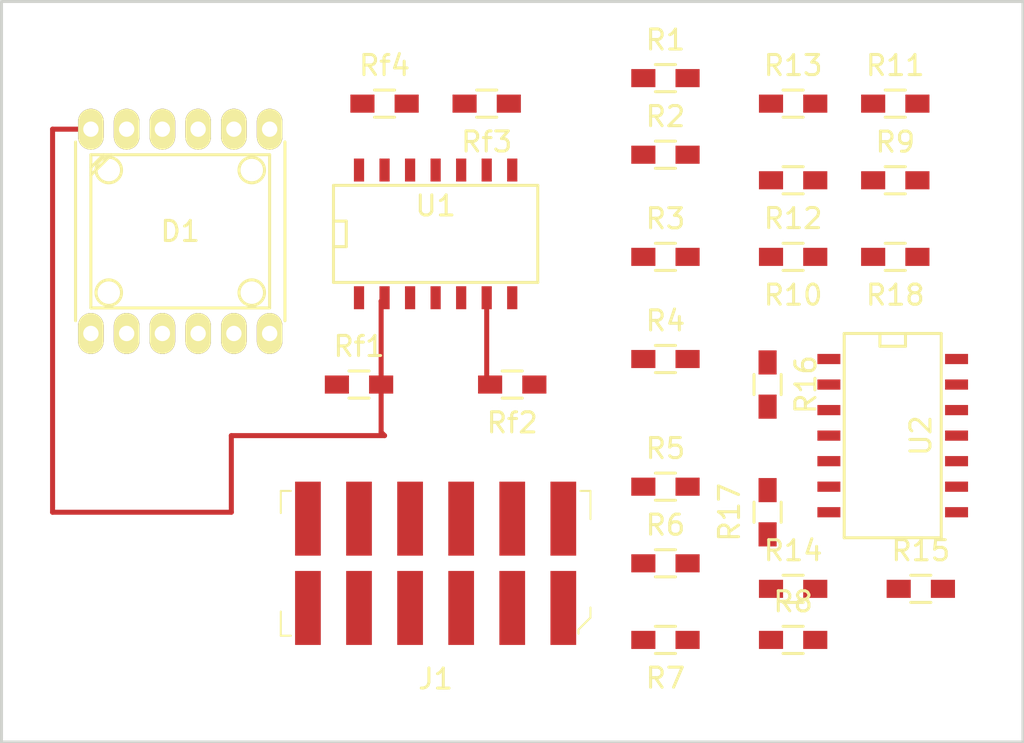
<source format=kicad_pcb>
(kicad_pcb (version 4) (host pcbnew 4.0.2+dfsg1-stable)

  (general
    (links 58)
    (no_connects 57)
    (area 123.114999 107.874999 174.065001 144.855001)
    (thickness 1.6)
    (drawings 4)
    (tracks 11)
    (zones 0)
    (modules 26)
    (nets 29)
  )

  (page A4)
  (layers
    (0 F.Cu signal)
    (31 B.Cu signal)
    (32 B.Adhes user)
    (33 F.Adhes user)
    (34 B.Paste user)
    (35 F.Paste user)
    (36 B.SilkS user)
    (37 F.SilkS user)
    (38 B.Mask user)
    (39 F.Mask user)
    (40 Dwgs.User user)
    (41 Cmts.User user)
    (42 Eco1.User user)
    (43 Eco2.User user)
    (44 Edge.Cuts user)
    (45 Margin user)
    (46 B.CrtYd user)
    (47 F.CrtYd user)
    (48 B.Fab user)
    (49 F.Fab user)
  )

  (setup
    (last_trace_width 0.25)
    (trace_clearance 0.25)
    (zone_clearance 0.508)
    (zone_45_only no)
    (trace_min 0.25)
    (segment_width 0.2)
    (edge_width 0.15)
    (via_size 0.6)
    (via_drill 0.4)
    (via_min_size 0.4)
    (via_min_drill 0.3)
    (uvia_size 0.3)
    (uvia_drill 0.1)
    (uvias_allowed no)
    (uvia_min_size 0.2)
    (uvia_min_drill 0.1)
    (pcb_text_width 0.3)
    (pcb_text_size 1.5 1.5)
    (mod_edge_width 0.15)
    (mod_text_size 1 1)
    (mod_text_width 0.15)
    (pad_size 1.524 1.524)
    (pad_drill 0.762)
    (pad_to_mask_clearance 0.2)
    (aux_axis_origin 0 0)
    (visible_elements FFFFFF7F)
    (pcbplotparams
      (layerselection 0x00030_80000001)
      (usegerberextensions false)
      (excludeedgelayer true)
      (linewidth 0.100000)
      (plotframeref false)
      (viasonmask false)
      (mode 1)
      (useauxorigin false)
      (hpglpennumber 1)
      (hpglpenspeed 20)
      (hpglpendiameter 15)
      (hpglpenoverlay 2)
      (psnegative false)
      (psa4output false)
      (plotreference true)
      (plotvalue true)
      (plotinvisibletext false)
      (padsonsilk false)
      (subtractmaskfromsilk false)
      (outputformat 1)
      (mirror false)
      (drillshape 1)
      (scaleselection 1)
      (outputdirectory ""))
  )

  (net 0 "")
  (net 1 "Net-(D1-Pad1)")
  (net 2 GND)
  (net 3 "Net-(D1-Pad6)")
  (net 4 "Net-(D1-Pad7)")
  (net 5 "Net-(D1-Pad12)")
  (net 6 VCC)
  (net 7 VSS)
  (net 8 "Net-(R1-Pad1)")
  (net 9 "Net-(R16-Pad2)")
  (net 10 "Net-(R14-Pad2)")
  (net 11 "Net-(R17-Pad2)")
  (net 12 "Net-(R10-Pad1)")
  (net 13 "Net-(R15-Pad2)")
  (net 14 "Net-(J1-Pad1)")
  (net 15 "Net-(J1-Pad2)")
  (net 16 "Net-(J1-Pad3)")
  (net 17 "Net-(J1-Pad4)")
  (net 18 "Net-(J1-Pad5)")
  (net 19 "Net-(J1-Pad6)")
  (net 20 "Net-(J1-Pad7)")
  (net 21 "Net-(J1-Pad8)")
  (net 22 "Net-(J1-Pad10)")
  (net 23 "Net-(D1-Pad2)")
  (net 24 "Net-(J1-Pad9)")
  (net 25 "Net-(J1-Pad11)")
  (net 26 "Net-(J1-Pad12)")
  (net 27 "Net-(U1-Pad5)")
  (net 28 "Net-(U1-Pad12)")

  (net_class Default "This is the default net class."
    (clearance 0.25)
    (trace_width 0.25)
    (via_dia 0.6)
    (via_drill 0.4)
    (uvia_dia 0.3)
    (uvia_drill 0.1)
    (add_net GND)
    (add_net "Net-(D1-Pad1)")
    (add_net "Net-(D1-Pad12)")
    (add_net "Net-(D1-Pad2)")
    (add_net "Net-(D1-Pad6)")
    (add_net "Net-(D1-Pad7)")
    (add_net "Net-(J1-Pad1)")
    (add_net "Net-(J1-Pad10)")
    (add_net "Net-(J1-Pad11)")
    (add_net "Net-(J1-Pad12)")
    (add_net "Net-(J1-Pad2)")
    (add_net "Net-(J1-Pad3)")
    (add_net "Net-(J1-Pad4)")
    (add_net "Net-(J1-Pad5)")
    (add_net "Net-(J1-Pad6)")
    (add_net "Net-(J1-Pad7)")
    (add_net "Net-(J1-Pad8)")
    (add_net "Net-(J1-Pad9)")
    (add_net "Net-(R1-Pad1)")
    (add_net "Net-(R10-Pad1)")
    (add_net "Net-(R14-Pad2)")
    (add_net "Net-(R15-Pad2)")
    (add_net "Net-(R16-Pad2)")
    (add_net "Net-(R17-Pad2)")
    (add_net "Net-(U1-Pad12)")
    (add_net "Net-(U1-Pad5)")
    (add_net VCC)
    (add_net VSS)
  )

  (module Power_Integrations:eDIP-12 (layer F.Cu) (tedit 0) (tstamp 5B5F32ED)
    (at 132.08 119.38)
    (descr "eDIP-12 Flat Package with Heatsink Tab")
    (tags "Power Integrations V Package")
    (path /5B605B2E)
    (fp_text reference D1 (at 0 0) (layer F.SilkS)
      (effects (font (size 1 1) (thickness 0.15)))
    )
    (fp_text value OPR5911 (at 0 0) (layer F.Fab)
      (effects (font (size 1 1) (thickness 0.15)))
    )
    (fp_circle (center -3.556 -3.048) (end -3.556 -3.683) (layer F.SilkS) (width 0.15))
    (fp_circle (center -3.556 3.048) (end -3.556 3.683) (layer F.SilkS) (width 0.15))
    (fp_circle (center 3.556 3.048) (end 4.191 3.048) (layer F.SilkS) (width 0.15))
    (fp_circle (center 3.556 -3.048) (end 4.191 -3.048) (layer F.SilkS) (width 0.15))
    (fp_line (start -4.445 -2.794) (end -3.429 -3.81) (layer F.SilkS) (width 0.15))
    (fp_line (start -3.81 -3.81) (end -4.445 -3.175) (layer F.SilkS) (width 0.15))
    (fp_line (start -4.445 3.81) (end 4.445 3.81) (layer F.SilkS) (width 0.15))
    (fp_line (start 4.445 3.81) (end 4.445 -3.81) (layer F.SilkS) (width 0.15))
    (fp_line (start 4.445 -3.81) (end -4.445 -3.81) (layer F.SilkS) (width 0.15))
    (fp_line (start -4.445 -3.81) (end -4.445 3.81) (layer F.SilkS) (width 0.15))
    (fp_line (start -5.207 4.445) (end -5.207 -4.445) (layer F.SilkS) (width 0.15))
    (fp_line (start 5.207 -4.445) (end 5.207 4.445) (layer F.SilkS) (width 0.15))
    (pad 1 thru_hole oval (at -4.445 -5.08) (size 1.27 2.032) (drill 0.762) (layers *.Cu *.Mask F.SilkS)
      (net 1 "Net-(D1-Pad1)"))
    (pad 2 thru_hole oval (at -2.667 -5.08) (size 1.27 2.032) (drill 0.762) (layers *.Cu *.Mask F.SilkS)
      (net 23 "Net-(D1-Pad2)"))
    (pad 3 thru_hole oval (at -0.889 -5.08) (size 1.27 2.032) (drill 0.762) (layers *.Cu *.Mask F.SilkS))
    (pad 4 thru_hole oval (at 0.889 -5.08) (size 1.27 2.032) (drill 0.762) (layers *.Cu *.Mask F.SilkS))
    (pad 5 thru_hole oval (at 2.667 -5.08) (size 1.27 2.032) (drill 0.762) (layers *.Cu *.Mask F.SilkS))
    (pad 6 thru_hole oval (at 4.445 -5.08) (size 1.27 2.032) (drill 0.762) (layers *.Cu *.Mask F.SilkS)
      (net 3 "Net-(D1-Pad6)"))
    (pad 7 thru_hole oval (at 4.445 5.08) (size 1.27 2.032) (drill 0.762) (layers *.Cu *.Mask F.SilkS)
      (net 4 "Net-(D1-Pad7)"))
    (pad 8 thru_hole oval (at 2.667 5.08) (size 1.27 2.032) (drill 0.762) (layers *.Cu *.Mask F.SilkS))
    (pad 9 thru_hole oval (at 0.889 5.08) (size 1.27 2.032) (drill 0.762) (layers *.Cu *.Mask F.SilkS))
    (pad 10 thru_hole oval (at -0.889 5.08) (size 1.27 2.032) (drill 0.762) (layers *.Cu *.Mask F.SilkS))
    (pad 11 thru_hole oval (at -2.667 5.08) (size 1.27 2.032) (drill 0.762) (layers *.Cu *.Mask F.SilkS))
    (pad 12 thru_hole oval (at -4.445 5.08) (size 1.27 2.032) (drill 0.762) (layers *.Cu *.Mask F.SilkS)
      (net 5 "Net-(D1-Pad12)"))
  )

  (module Resistors_SMD:R_0603_HandSoldering (layer F.Cu) (tedit 5418A00F) (tstamp 5B5F3301)
    (at 156.21 111.76)
    (descr "Resistor SMD 0603, hand soldering")
    (tags "resistor 0603")
    (path /5B5F46AA)
    (attr smd)
    (fp_text reference R1 (at 0 -1.9) (layer F.SilkS)
      (effects (font (size 1 1) (thickness 0.15)))
    )
    (fp_text value R (at 0 1.9) (layer F.Fab)
      (effects (font (size 1 1) (thickness 0.15)))
    )
    (fp_line (start -2 -0.8) (end 2 -0.8) (layer F.CrtYd) (width 0.05))
    (fp_line (start -2 0.8) (end 2 0.8) (layer F.CrtYd) (width 0.05))
    (fp_line (start -2 -0.8) (end -2 0.8) (layer F.CrtYd) (width 0.05))
    (fp_line (start 2 -0.8) (end 2 0.8) (layer F.CrtYd) (width 0.05))
    (fp_line (start 0.5 0.675) (end -0.5 0.675) (layer F.SilkS) (width 0.15))
    (fp_line (start -0.5 -0.675) (end 0.5 -0.675) (layer F.SilkS) (width 0.15))
    (pad 1 smd rect (at -1.1 0) (size 1.2 0.9) (layers F.Cu F.Paste F.Mask)
      (net 8 "Net-(R1-Pad1)"))
    (pad 2 smd rect (at 1.1 0) (size 1.2 0.9) (layers F.Cu F.Paste F.Mask)
      (net 18 "Net-(J1-Pad5)"))
    (model Resistors_SMD.3dshapes/R_0603_HandSoldering.wrl
      (at (xyz 0 0 0))
      (scale (xyz 1 1 1))
      (rotate (xyz 0 0 0))
    )
  )

  (module Resistors_SMD:R_0603_HandSoldering (layer F.Cu) (tedit 5418A00F) (tstamp 5B5F3307)
    (at 156.21 115.57)
    (descr "Resistor SMD 0603, hand soldering")
    (tags "resistor 0603")
    (path /5B5F4763)
    (attr smd)
    (fp_text reference R2 (at 0 -1.9) (layer F.SilkS)
      (effects (font (size 1 1) (thickness 0.15)))
    )
    (fp_text value R (at 0 1.9) (layer F.Fab)
      (effects (font (size 1 1) (thickness 0.15)))
    )
    (fp_line (start -2 -0.8) (end 2 -0.8) (layer F.CrtYd) (width 0.05))
    (fp_line (start -2 0.8) (end 2 0.8) (layer F.CrtYd) (width 0.05))
    (fp_line (start -2 -0.8) (end -2 0.8) (layer F.CrtYd) (width 0.05))
    (fp_line (start 2 -0.8) (end 2 0.8) (layer F.CrtYd) (width 0.05))
    (fp_line (start 0.5 0.675) (end -0.5 0.675) (layer F.SilkS) (width 0.15))
    (fp_line (start -0.5 -0.675) (end 0.5 -0.675) (layer F.SilkS) (width 0.15))
    (pad 1 smd rect (at -1.1 0) (size 1.2 0.9) (layers F.Cu F.Paste F.Mask)
      (net 8 "Net-(R1-Pad1)"))
    (pad 2 smd rect (at 1.1 0) (size 1.2 0.9) (layers F.Cu F.Paste F.Mask)
      (net 20 "Net-(J1-Pad7)"))
    (model Resistors_SMD.3dshapes/R_0603_HandSoldering.wrl
      (at (xyz 0 0 0))
      (scale (xyz 1 1 1))
      (rotate (xyz 0 0 0))
    )
  )

  (module Resistors_SMD:R_0603_HandSoldering (layer F.Cu) (tedit 5418A00F) (tstamp 5B5F330D)
    (at 156.21 120.65)
    (descr "Resistor SMD 0603, hand soldering")
    (tags "resistor 0603")
    (path /5B5F4794)
    (attr smd)
    (fp_text reference R3 (at 0 -1.9) (layer F.SilkS)
      (effects (font (size 1 1) (thickness 0.15)))
    )
    (fp_text value R (at 0 1.9) (layer F.Fab)
      (effects (font (size 1 1) (thickness 0.15)))
    )
    (fp_line (start -2 -0.8) (end 2 -0.8) (layer F.CrtYd) (width 0.05))
    (fp_line (start -2 0.8) (end 2 0.8) (layer F.CrtYd) (width 0.05))
    (fp_line (start -2 -0.8) (end -2 0.8) (layer F.CrtYd) (width 0.05))
    (fp_line (start 2 -0.8) (end 2 0.8) (layer F.CrtYd) (width 0.05))
    (fp_line (start 0.5 0.675) (end -0.5 0.675) (layer F.SilkS) (width 0.15))
    (fp_line (start -0.5 -0.675) (end 0.5 -0.675) (layer F.SilkS) (width 0.15))
    (pad 1 smd rect (at -1.1 0) (size 1.2 0.9) (layers F.Cu F.Paste F.Mask)
      (net 9 "Net-(R16-Pad2)"))
    (pad 2 smd rect (at 1.1 0) (size 1.2 0.9) (layers F.Cu F.Paste F.Mask)
      (net 14 "Net-(J1-Pad1)"))
    (model Resistors_SMD.3dshapes/R_0603_HandSoldering.wrl
      (at (xyz 0 0 0))
      (scale (xyz 1 1 1))
      (rotate (xyz 0 0 0))
    )
  )

  (module Resistors_SMD:R_0603_HandSoldering (layer F.Cu) (tedit 5418A00F) (tstamp 5B5F3313)
    (at 156.21 125.73)
    (descr "Resistor SMD 0603, hand soldering")
    (tags "resistor 0603")
    (path /5B5F47C7)
    (attr smd)
    (fp_text reference R4 (at 0 -1.9) (layer F.SilkS)
      (effects (font (size 1 1) (thickness 0.15)))
    )
    (fp_text value R (at 0 1.9) (layer F.Fab)
      (effects (font (size 1 1) (thickness 0.15)))
    )
    (fp_line (start -2 -0.8) (end 2 -0.8) (layer F.CrtYd) (width 0.05))
    (fp_line (start -2 0.8) (end 2 0.8) (layer F.CrtYd) (width 0.05))
    (fp_line (start -2 -0.8) (end -2 0.8) (layer F.CrtYd) (width 0.05))
    (fp_line (start 2 -0.8) (end 2 0.8) (layer F.CrtYd) (width 0.05))
    (fp_line (start 0.5 0.675) (end -0.5 0.675) (layer F.SilkS) (width 0.15))
    (fp_line (start -0.5 -0.675) (end 0.5 -0.675) (layer F.SilkS) (width 0.15))
    (pad 1 smd rect (at -1.1 0) (size 1.2 0.9) (layers F.Cu F.Paste F.Mask)
      (net 9 "Net-(R16-Pad2)"))
    (pad 2 smd rect (at 1.1 0) (size 1.2 0.9) (layers F.Cu F.Paste F.Mask)
      (net 16 "Net-(J1-Pad3)"))
    (model Resistors_SMD.3dshapes/R_0603_HandSoldering.wrl
      (at (xyz 0 0 0))
      (scale (xyz 1 1 1))
      (rotate (xyz 0 0 0))
    )
  )

  (module Resistors_SMD:R_0603_HandSoldering (layer F.Cu) (tedit 5418A00F) (tstamp 5B5F3319)
    (at 156.21 132.08)
    (descr "Resistor SMD 0603, hand soldering")
    (tags "resistor 0603")
    (path /5B5F4E04)
    (attr smd)
    (fp_text reference R5 (at 0 -1.9) (layer F.SilkS)
      (effects (font (size 1 1) (thickness 0.15)))
    )
    (fp_text value R (at 0 1.9) (layer F.Fab)
      (effects (font (size 1 1) (thickness 0.15)))
    )
    (fp_line (start -2 -0.8) (end 2 -0.8) (layer F.CrtYd) (width 0.05))
    (fp_line (start -2 0.8) (end 2 0.8) (layer F.CrtYd) (width 0.05))
    (fp_line (start -2 -0.8) (end -2 0.8) (layer F.CrtYd) (width 0.05))
    (fp_line (start 2 -0.8) (end 2 0.8) (layer F.CrtYd) (width 0.05))
    (fp_line (start 0.5 0.675) (end -0.5 0.675) (layer F.SilkS) (width 0.15))
    (fp_line (start -0.5 -0.675) (end 0.5 -0.675) (layer F.SilkS) (width 0.15))
    (pad 1 smd rect (at -1.1 0) (size 1.2 0.9) (layers F.Cu F.Paste F.Mask)
      (net 10 "Net-(R14-Pad2)"))
    (pad 2 smd rect (at 1.1 0) (size 1.2 0.9) (layers F.Cu F.Paste F.Mask)
      (net 16 "Net-(J1-Pad3)"))
    (model Resistors_SMD.3dshapes/R_0603_HandSoldering.wrl
      (at (xyz 0 0 0))
      (scale (xyz 1 1 1))
      (rotate (xyz 0 0 0))
    )
  )

  (module Resistors_SMD:R_0603_HandSoldering (layer F.Cu) (tedit 5418A00F) (tstamp 5B5F331F)
    (at 156.21 135.89)
    (descr "Resistor SMD 0603, hand soldering")
    (tags "resistor 0603")
    (path /5B5F4E0A)
    (attr smd)
    (fp_text reference R6 (at 0 -1.9) (layer F.SilkS)
      (effects (font (size 1 1) (thickness 0.15)))
    )
    (fp_text value R (at 0 1.9) (layer F.Fab)
      (effects (font (size 1 1) (thickness 0.15)))
    )
    (fp_line (start -2 -0.8) (end 2 -0.8) (layer F.CrtYd) (width 0.05))
    (fp_line (start -2 0.8) (end 2 0.8) (layer F.CrtYd) (width 0.05))
    (fp_line (start -2 -0.8) (end -2 0.8) (layer F.CrtYd) (width 0.05))
    (fp_line (start 2 -0.8) (end 2 0.8) (layer F.CrtYd) (width 0.05))
    (fp_line (start 0.5 0.675) (end -0.5 0.675) (layer F.SilkS) (width 0.15))
    (fp_line (start -0.5 -0.675) (end 0.5 -0.675) (layer F.SilkS) (width 0.15))
    (pad 1 smd rect (at -1.1 0) (size 1.2 0.9) (layers F.Cu F.Paste F.Mask)
      (net 10 "Net-(R14-Pad2)"))
    (pad 2 smd rect (at 1.1 0) (size 1.2 0.9) (layers F.Cu F.Paste F.Mask)
      (net 18 "Net-(J1-Pad5)"))
    (model Resistors_SMD.3dshapes/R_0603_HandSoldering.wrl
      (at (xyz 0 0 0))
      (scale (xyz 1 1 1))
      (rotate (xyz 0 0 0))
    )
  )

  (module Resistors_SMD:R_0603_HandSoldering (layer F.Cu) (tedit 5418A00F) (tstamp 5B5F3325)
    (at 156.21 139.7 180)
    (descr "Resistor SMD 0603, hand soldering")
    (tags "resistor 0603")
    (path /5B5F4E10)
    (attr smd)
    (fp_text reference R7 (at 0 -1.9 180) (layer F.SilkS)
      (effects (font (size 1 1) (thickness 0.15)))
    )
    (fp_text value R (at 0 1.9 180) (layer F.Fab)
      (effects (font (size 1 1) (thickness 0.15)))
    )
    (fp_line (start -2 -0.8) (end 2 -0.8) (layer F.CrtYd) (width 0.05))
    (fp_line (start -2 0.8) (end 2 0.8) (layer F.CrtYd) (width 0.05))
    (fp_line (start -2 -0.8) (end -2 0.8) (layer F.CrtYd) (width 0.05))
    (fp_line (start 2 -0.8) (end 2 0.8) (layer F.CrtYd) (width 0.05))
    (fp_line (start 0.5 0.675) (end -0.5 0.675) (layer F.SilkS) (width 0.15))
    (fp_line (start -0.5 -0.675) (end 0.5 -0.675) (layer F.SilkS) (width 0.15))
    (pad 1 smd rect (at -1.1 0 180) (size 1.2 0.9) (layers F.Cu F.Paste F.Mask)
      (net 11 "Net-(R17-Pad2)"))
    (pad 2 smd rect (at 1.1 0 180) (size 1.2 0.9) (layers F.Cu F.Paste F.Mask)
      (net 20 "Net-(J1-Pad7)"))
    (model Resistors_SMD.3dshapes/R_0603_HandSoldering.wrl
      (at (xyz 0 0 0))
      (scale (xyz 1 1 1))
      (rotate (xyz 0 0 0))
    )
  )

  (module Resistors_SMD:R_0603_HandSoldering (layer F.Cu) (tedit 5418A00F) (tstamp 5B5F332B)
    (at 162.56 139.7)
    (descr "Resistor SMD 0603, hand soldering")
    (tags "resistor 0603")
    (path /5B5F4E16)
    (attr smd)
    (fp_text reference R8 (at 0 -1.9) (layer F.SilkS)
      (effects (font (size 1 1) (thickness 0.15)))
    )
    (fp_text value R (at 0 1.9) (layer F.Fab)
      (effects (font (size 1 1) (thickness 0.15)))
    )
    (fp_line (start -2 -0.8) (end 2 -0.8) (layer F.CrtYd) (width 0.05))
    (fp_line (start -2 0.8) (end 2 0.8) (layer F.CrtYd) (width 0.05))
    (fp_line (start -2 -0.8) (end -2 0.8) (layer F.CrtYd) (width 0.05))
    (fp_line (start 2 -0.8) (end 2 0.8) (layer F.CrtYd) (width 0.05))
    (fp_line (start 0.5 0.675) (end -0.5 0.675) (layer F.SilkS) (width 0.15))
    (fp_line (start -0.5 -0.675) (end 0.5 -0.675) (layer F.SilkS) (width 0.15))
    (pad 1 smd rect (at -1.1 0) (size 1.2 0.9) (layers F.Cu F.Paste F.Mask)
      (net 11 "Net-(R17-Pad2)"))
    (pad 2 smd rect (at 1.1 0) (size 1.2 0.9) (layers F.Cu F.Paste F.Mask)
      (net 14 "Net-(J1-Pad1)"))
    (model Resistors_SMD.3dshapes/R_0603_HandSoldering.wrl
      (at (xyz 0 0 0))
      (scale (xyz 1 1 1))
      (rotate (xyz 0 0 0))
    )
  )

  (module Resistors_SMD:R_0603_HandSoldering (layer F.Cu) (tedit 5418A00F) (tstamp 5B5F3331)
    (at 167.64 116.84)
    (descr "Resistor SMD 0603, hand soldering")
    (tags "resistor 0603")
    (path /5B5F7F7F)
    (attr smd)
    (fp_text reference R9 (at 0 -1.9) (layer F.SilkS)
      (effects (font (size 1 1) (thickness 0.15)))
    )
    (fp_text value R (at 0 1.9) (layer F.Fab)
      (effects (font (size 1 1) (thickness 0.15)))
    )
    (fp_line (start -2 -0.8) (end 2 -0.8) (layer F.CrtYd) (width 0.05))
    (fp_line (start -2 0.8) (end 2 0.8) (layer F.CrtYd) (width 0.05))
    (fp_line (start -2 -0.8) (end -2 0.8) (layer F.CrtYd) (width 0.05))
    (fp_line (start 2 -0.8) (end 2 0.8) (layer F.CrtYd) (width 0.05))
    (fp_line (start 0.5 0.675) (end -0.5 0.675) (layer F.SilkS) (width 0.15))
    (fp_line (start -0.5 -0.675) (end 0.5 -0.675) (layer F.SilkS) (width 0.15))
    (pad 1 smd rect (at -1.1 0) (size 1.2 0.9) (layers F.Cu F.Paste F.Mask)
      (net 12 "Net-(R10-Pad1)"))
    (pad 2 smd rect (at 1.1 0) (size 1.2 0.9) (layers F.Cu F.Paste F.Mask)
      (net 14 "Net-(J1-Pad1)"))
    (model Resistors_SMD.3dshapes/R_0603_HandSoldering.wrl
      (at (xyz 0 0 0))
      (scale (xyz 1 1 1))
      (rotate (xyz 0 0 0))
    )
  )

  (module Resistors_SMD:R_0603_HandSoldering (layer F.Cu) (tedit 5418A00F) (tstamp 5B5F3337)
    (at 162.56 120.65 180)
    (descr "Resistor SMD 0603, hand soldering")
    (tags "resistor 0603")
    (path /5B5F8022)
    (attr smd)
    (fp_text reference R10 (at 0 -1.9 180) (layer F.SilkS)
      (effects (font (size 1 1) (thickness 0.15)))
    )
    (fp_text value R (at 0 1.9 180) (layer F.Fab)
      (effects (font (size 1 1) (thickness 0.15)))
    )
    (fp_line (start -2 -0.8) (end 2 -0.8) (layer F.CrtYd) (width 0.05))
    (fp_line (start -2 0.8) (end 2 0.8) (layer F.CrtYd) (width 0.05))
    (fp_line (start -2 -0.8) (end -2 0.8) (layer F.CrtYd) (width 0.05))
    (fp_line (start 2 -0.8) (end 2 0.8) (layer F.CrtYd) (width 0.05))
    (fp_line (start 0.5 0.675) (end -0.5 0.675) (layer F.SilkS) (width 0.15))
    (fp_line (start -0.5 -0.675) (end 0.5 -0.675) (layer F.SilkS) (width 0.15))
    (pad 1 smd rect (at -1.1 0 180) (size 1.2 0.9) (layers F.Cu F.Paste F.Mask)
      (net 12 "Net-(R10-Pad1)"))
    (pad 2 smd rect (at 1.1 0 180) (size 1.2 0.9) (layers F.Cu F.Paste F.Mask)
      (net 16 "Net-(J1-Pad3)"))
    (model Resistors_SMD.3dshapes/R_0603_HandSoldering.wrl
      (at (xyz 0 0 0))
      (scale (xyz 1 1 1))
      (rotate (xyz 0 0 0))
    )
  )

  (module Resistors_SMD:R_0603_HandSoldering (layer F.Cu) (tedit 5418A00F) (tstamp 5B5F333D)
    (at 167.64 113.03)
    (descr "Resistor SMD 0603, hand soldering")
    (tags "resistor 0603")
    (path /5B5F806D)
    (attr smd)
    (fp_text reference R11 (at 0 -1.9) (layer F.SilkS)
      (effects (font (size 1 1) (thickness 0.15)))
    )
    (fp_text value R (at 0 1.9) (layer F.Fab)
      (effects (font (size 1 1) (thickness 0.15)))
    )
    (fp_line (start -2 -0.8) (end 2 -0.8) (layer F.CrtYd) (width 0.05))
    (fp_line (start -2 0.8) (end 2 0.8) (layer F.CrtYd) (width 0.05))
    (fp_line (start -2 -0.8) (end -2 0.8) (layer F.CrtYd) (width 0.05))
    (fp_line (start 2 -0.8) (end 2 0.8) (layer F.CrtYd) (width 0.05))
    (fp_line (start 0.5 0.675) (end -0.5 0.675) (layer F.SilkS) (width 0.15))
    (fp_line (start -0.5 -0.675) (end 0.5 -0.675) (layer F.SilkS) (width 0.15))
    (pad 1 smd rect (at -1.1 0) (size 1.2 0.9) (layers F.Cu F.Paste F.Mask)
      (net 12 "Net-(R10-Pad1)"))
    (pad 2 smd rect (at 1.1 0) (size 1.2 0.9) (layers F.Cu F.Paste F.Mask)
      (net 18 "Net-(J1-Pad5)"))
    (model Resistors_SMD.3dshapes/R_0603_HandSoldering.wrl
      (at (xyz 0 0 0))
      (scale (xyz 1 1 1))
      (rotate (xyz 0 0 0))
    )
  )

  (module Resistors_SMD:R_0603_HandSoldering (layer F.Cu) (tedit 5418A00F) (tstamp 5B5F3343)
    (at 162.56 116.84 180)
    (descr "Resistor SMD 0603, hand soldering")
    (tags "resistor 0603")
    (path /5B5F80BC)
    (attr smd)
    (fp_text reference R12 (at 0 -1.9 180) (layer F.SilkS)
      (effects (font (size 1 1) (thickness 0.15)))
    )
    (fp_text value R (at 0 1.9 180) (layer F.Fab)
      (effects (font (size 1 1) (thickness 0.15)))
    )
    (fp_line (start -2 -0.8) (end 2 -0.8) (layer F.CrtYd) (width 0.05))
    (fp_line (start -2 0.8) (end 2 0.8) (layer F.CrtYd) (width 0.05))
    (fp_line (start -2 -0.8) (end -2 0.8) (layer F.CrtYd) (width 0.05))
    (fp_line (start 2 -0.8) (end 2 0.8) (layer F.CrtYd) (width 0.05))
    (fp_line (start 0.5 0.675) (end -0.5 0.675) (layer F.SilkS) (width 0.15))
    (fp_line (start -0.5 -0.675) (end 0.5 -0.675) (layer F.SilkS) (width 0.15))
    (pad 1 smd rect (at -1.1 0 180) (size 1.2 0.9) (layers F.Cu F.Paste F.Mask)
      (net 12 "Net-(R10-Pad1)"))
    (pad 2 smd rect (at 1.1 0 180) (size 1.2 0.9) (layers F.Cu F.Paste F.Mask)
      (net 20 "Net-(J1-Pad7)"))
    (model Resistors_SMD.3dshapes/R_0603_HandSoldering.wrl
      (at (xyz 0 0 0))
      (scale (xyz 1 1 1))
      (rotate (xyz 0 0 0))
    )
  )

  (module Resistors_SMD:R_0603_HandSoldering (layer F.Cu) (tedit 5418A00F) (tstamp 5B5F3349)
    (at 162.56 113.03)
    (descr "Resistor SMD 0603, hand soldering")
    (tags "resistor 0603")
    (path /5B5F4F12)
    (attr smd)
    (fp_text reference R13 (at 0 -1.9) (layer F.SilkS)
      (effects (font (size 1 1) (thickness 0.15)))
    )
    (fp_text value R (at 0 1.9) (layer F.Fab)
      (effects (font (size 1 1) (thickness 0.15)))
    )
    (fp_line (start -2 -0.8) (end 2 -0.8) (layer F.CrtYd) (width 0.05))
    (fp_line (start -2 0.8) (end 2 0.8) (layer F.CrtYd) (width 0.05))
    (fp_line (start -2 -0.8) (end -2 0.8) (layer F.CrtYd) (width 0.05))
    (fp_line (start 2 -0.8) (end 2 0.8) (layer F.CrtYd) (width 0.05))
    (fp_line (start 0.5 0.675) (end -0.5 0.675) (layer F.SilkS) (width 0.15))
    (fp_line (start -0.5 -0.675) (end 0.5 -0.675) (layer F.SilkS) (width 0.15))
    (pad 1 smd rect (at -1.1 0) (size 1.2 0.9) (layers F.Cu F.Paste F.Mask)
      (net 2 GND))
    (pad 2 smd rect (at 1.1 0) (size 1.2 0.9) (layers F.Cu F.Paste F.Mask)
      (net 8 "Net-(R1-Pad1)"))
    (model Resistors_SMD.3dshapes/R_0603_HandSoldering.wrl
      (at (xyz 0 0 0))
      (scale (xyz 1 1 1))
      (rotate (xyz 0 0 0))
    )
  )

  (module Resistors_SMD:R_0603_HandSoldering (layer F.Cu) (tedit 5418A00F) (tstamp 5B5F334F)
    (at 162.56 137.16)
    (descr "Resistor SMD 0603, hand soldering")
    (tags "resistor 0603")
    (path /5B5F4E7D)
    (attr smd)
    (fp_text reference R14 (at 0 -1.9) (layer F.SilkS)
      (effects (font (size 1 1) (thickness 0.15)))
    )
    (fp_text value R (at 0 1.9) (layer F.Fab)
      (effects (font (size 1 1) (thickness 0.15)))
    )
    (fp_line (start -2 -0.8) (end 2 -0.8) (layer F.CrtYd) (width 0.05))
    (fp_line (start -2 0.8) (end 2 0.8) (layer F.CrtYd) (width 0.05))
    (fp_line (start -2 -0.8) (end -2 0.8) (layer F.CrtYd) (width 0.05))
    (fp_line (start 2 -0.8) (end 2 0.8) (layer F.CrtYd) (width 0.05))
    (fp_line (start 0.5 0.675) (end -0.5 0.675) (layer F.SilkS) (width 0.15))
    (fp_line (start -0.5 -0.675) (end 0.5 -0.675) (layer F.SilkS) (width 0.15))
    (pad 1 smd rect (at -1.1 0) (size 1.2 0.9) (layers F.Cu F.Paste F.Mask)
      (net 2 GND))
    (pad 2 smd rect (at 1.1 0) (size 1.2 0.9) (layers F.Cu F.Paste F.Mask)
      (net 10 "Net-(R14-Pad2)"))
    (model Resistors_SMD.3dshapes/R_0603_HandSoldering.wrl
      (at (xyz 0 0 0))
      (scale (xyz 1 1 1))
      (rotate (xyz 0 0 0))
    )
  )

  (module Resistors_SMD:R_0603_HandSoldering (layer F.Cu) (tedit 5418A00F) (tstamp 5B5F3355)
    (at 168.91 137.16)
    (descr "Resistor SMD 0603, hand soldering")
    (tags "resistor 0603")
    (path /5B5F816C)
    (attr smd)
    (fp_text reference R15 (at 0 -1.9) (layer F.SilkS)
      (effects (font (size 1 1) (thickness 0.15)))
    )
    (fp_text value R (at 0 1.9) (layer F.Fab)
      (effects (font (size 1 1) (thickness 0.15)))
    )
    (fp_line (start -2 -0.8) (end 2 -0.8) (layer F.CrtYd) (width 0.05))
    (fp_line (start -2 0.8) (end 2 0.8) (layer F.CrtYd) (width 0.05))
    (fp_line (start -2 -0.8) (end -2 0.8) (layer F.CrtYd) (width 0.05))
    (fp_line (start 2 -0.8) (end 2 0.8) (layer F.CrtYd) (width 0.05))
    (fp_line (start 0.5 0.675) (end -0.5 0.675) (layer F.SilkS) (width 0.15))
    (fp_line (start -0.5 -0.675) (end 0.5 -0.675) (layer F.SilkS) (width 0.15))
    (pad 1 smd rect (at -1.1 0) (size 1.2 0.9) (layers F.Cu F.Paste F.Mask)
      (net 2 GND))
    (pad 2 smd rect (at 1.1 0) (size 1.2 0.9) (layers F.Cu F.Paste F.Mask)
      (net 13 "Net-(R15-Pad2)"))
    (model Resistors_SMD.3dshapes/R_0603_HandSoldering.wrl
      (at (xyz 0 0 0))
      (scale (xyz 1 1 1))
      (rotate (xyz 0 0 0))
    )
  )

  (module Resistors_SMD:R_0603_HandSoldering (layer F.Cu) (tedit 5418A00F) (tstamp 5B5F335B)
    (at 161.29 127 270)
    (descr "Resistor SMD 0603, hand soldering")
    (tags "resistor 0603")
    (path /5B5F4F55)
    (attr smd)
    (fp_text reference R16 (at 0 -1.9 270) (layer F.SilkS)
      (effects (font (size 1 1) (thickness 0.15)))
    )
    (fp_text value R (at 0 1.9 270) (layer F.Fab)
      (effects (font (size 1 1) (thickness 0.15)))
    )
    (fp_line (start -2 -0.8) (end 2 -0.8) (layer F.CrtYd) (width 0.05))
    (fp_line (start -2 0.8) (end 2 0.8) (layer F.CrtYd) (width 0.05))
    (fp_line (start -2 -0.8) (end -2 0.8) (layer F.CrtYd) (width 0.05))
    (fp_line (start 2 -0.8) (end 2 0.8) (layer F.CrtYd) (width 0.05))
    (fp_line (start 0.5 0.675) (end -0.5 0.675) (layer F.SilkS) (width 0.15))
    (fp_line (start -0.5 -0.675) (end 0.5 -0.675) (layer F.SilkS) (width 0.15))
    (pad 1 smd rect (at -1.1 0 270) (size 1.2 0.9) (layers F.Cu F.Paste F.Mask)
      (net 15 "Net-(J1-Pad2)"))
    (pad 2 smd rect (at 1.1 0 270) (size 1.2 0.9) (layers F.Cu F.Paste F.Mask)
      (net 9 "Net-(R16-Pad2)"))
    (model Resistors_SMD.3dshapes/R_0603_HandSoldering.wrl
      (at (xyz 0 0 0))
      (scale (xyz 1 1 1))
      (rotate (xyz 0 0 0))
    )
  )

  (module Resistors_SMD:R_0603_HandSoldering (layer F.Cu) (tedit 5418A00F) (tstamp 5B5F3361)
    (at 161.29 133.35 90)
    (descr "Resistor SMD 0603, hand soldering")
    (tags "resistor 0603")
    (path /5B5F4FA0)
    (attr smd)
    (fp_text reference R17 (at 0 -1.9 90) (layer F.SilkS)
      (effects (font (size 1 1) (thickness 0.15)))
    )
    (fp_text value R (at 0 1.9 90) (layer F.Fab)
      (effects (font (size 1 1) (thickness 0.15)))
    )
    (fp_line (start -2 -0.8) (end 2 -0.8) (layer F.CrtYd) (width 0.05))
    (fp_line (start -2 0.8) (end 2 0.8) (layer F.CrtYd) (width 0.05))
    (fp_line (start -2 -0.8) (end -2 0.8) (layer F.CrtYd) (width 0.05))
    (fp_line (start 2 -0.8) (end 2 0.8) (layer F.CrtYd) (width 0.05))
    (fp_line (start 0.5 0.675) (end -0.5 0.675) (layer F.SilkS) (width 0.15))
    (fp_line (start -0.5 -0.675) (end 0.5 -0.675) (layer F.SilkS) (width 0.15))
    (pad 1 smd rect (at -1.1 0 90) (size 1.2 0.9) (layers F.Cu F.Paste F.Mask)
      (net 17 "Net-(J1-Pad4)"))
    (pad 2 smd rect (at 1.1 0 90) (size 1.2 0.9) (layers F.Cu F.Paste F.Mask)
      (net 11 "Net-(R17-Pad2)"))
    (model Resistors_SMD.3dshapes/R_0603_HandSoldering.wrl
      (at (xyz 0 0 0))
      (scale (xyz 1 1 1))
      (rotate (xyz 0 0 0))
    )
  )

  (module Resistors_SMD:R_0603_HandSoldering (layer F.Cu) (tedit 5418A00F) (tstamp 5B5F3367)
    (at 167.64 120.65 180)
    (descr "Resistor SMD 0603, hand soldering")
    (tags "resistor 0603")
    (path /5B5F810B)
    (attr smd)
    (fp_text reference R18 (at 0 -1.9 180) (layer F.SilkS)
      (effects (font (size 1 1) (thickness 0.15)))
    )
    (fp_text value R (at 0 1.9 180) (layer F.Fab)
      (effects (font (size 1 1) (thickness 0.15)))
    )
    (fp_line (start -2 -0.8) (end 2 -0.8) (layer F.CrtYd) (width 0.05))
    (fp_line (start -2 0.8) (end 2 0.8) (layer F.CrtYd) (width 0.05))
    (fp_line (start -2 -0.8) (end -2 0.8) (layer F.CrtYd) (width 0.05))
    (fp_line (start 2 -0.8) (end 2 0.8) (layer F.CrtYd) (width 0.05))
    (fp_line (start 0.5 0.675) (end -0.5 0.675) (layer F.SilkS) (width 0.15))
    (fp_line (start -0.5 -0.675) (end 0.5 -0.675) (layer F.SilkS) (width 0.15))
    (pad 1 smd rect (at -1.1 0 180) (size 1.2 0.9) (layers F.Cu F.Paste F.Mask)
      (net 19 "Net-(J1-Pad6)"))
    (pad 2 smd rect (at 1.1 0 180) (size 1.2 0.9) (layers F.Cu F.Paste F.Mask)
      (net 12 "Net-(R10-Pad1)"))
    (model Resistors_SMD.3dshapes/R_0603_HandSoldering.wrl
      (at (xyz 0 0 0))
      (scale (xyz 1 1 1))
      (rotate (xyz 0 0 0))
    )
  )

  (module Resistors_SMD:R_0603_HandSoldering (layer F.Cu) (tedit 5418A00F) (tstamp 5B5F336D)
    (at 140.97 127)
    (descr "Resistor SMD 0603, hand soldering")
    (tags "resistor 0603")
    (path /5B5F2C36)
    (attr smd)
    (fp_text reference Rf1 (at 0 -1.9) (layer F.SilkS)
      (effects (font (size 1 1) (thickness 0.15)))
    )
    (fp_text value R (at 0 1.9) (layer F.Fab)
      (effects (font (size 1 1) (thickness 0.15)))
    )
    (fp_line (start -2 -0.8) (end 2 -0.8) (layer F.CrtYd) (width 0.05))
    (fp_line (start -2 0.8) (end 2 0.8) (layer F.CrtYd) (width 0.05))
    (fp_line (start -2 -0.8) (end -2 0.8) (layer F.CrtYd) (width 0.05))
    (fp_line (start 2 -0.8) (end 2 0.8) (layer F.CrtYd) (width 0.05))
    (fp_line (start 0.5 0.675) (end -0.5 0.675) (layer F.SilkS) (width 0.15))
    (fp_line (start -0.5 -0.675) (end 0.5 -0.675) (layer F.SilkS) (width 0.15))
    (pad 1 smd rect (at -1.1 0) (size 1.2 0.9) (layers F.Cu F.Paste F.Mask)
      (net 1 "Net-(D1-Pad1)"))
    (pad 2 smd rect (at 1.1 0) (size 1.2 0.9) (layers F.Cu F.Paste F.Mask)
      (net 14 "Net-(J1-Pad1)"))
    (model Resistors_SMD.3dshapes/R_0603_HandSoldering.wrl
      (at (xyz 0 0 0))
      (scale (xyz 1 1 1))
      (rotate (xyz 0 0 0))
    )
  )

  (module Resistors_SMD:R_0603_HandSoldering (layer F.Cu) (tedit 5418A00F) (tstamp 5B5F3373)
    (at 148.59 127 180)
    (descr "Resistor SMD 0603, hand soldering")
    (tags "resistor 0603")
    (path /5B5F2C07)
    (attr smd)
    (fp_text reference Rf2 (at 0 -1.9 180) (layer F.SilkS)
      (effects (font (size 1 1) (thickness 0.15)))
    )
    (fp_text value R (at 0 1.9 180) (layer F.Fab)
      (effects (font (size 1 1) (thickness 0.15)))
    )
    (fp_line (start -2 -0.8) (end 2 -0.8) (layer F.CrtYd) (width 0.05))
    (fp_line (start -2 0.8) (end 2 0.8) (layer F.CrtYd) (width 0.05))
    (fp_line (start -2 -0.8) (end -2 0.8) (layer F.CrtYd) (width 0.05))
    (fp_line (start 2 -0.8) (end 2 0.8) (layer F.CrtYd) (width 0.05))
    (fp_line (start 0.5 0.675) (end -0.5 0.675) (layer F.SilkS) (width 0.15))
    (fp_line (start -0.5 -0.675) (end 0.5 -0.675) (layer F.SilkS) (width 0.15))
    (pad 1 smd rect (at -1.1 0 180) (size 1.2 0.9) (layers F.Cu F.Paste F.Mask)
      (net 25 "Net-(J1-Pad11)"))
    (pad 2 smd rect (at 1.1 0 180) (size 1.2 0.9) (layers F.Cu F.Paste F.Mask)
      (net 3 "Net-(D1-Pad6)"))
    (model Resistors_SMD.3dshapes/R_0603_HandSoldering.wrl
      (at (xyz 0 0 0))
      (scale (xyz 1 1 1))
      (rotate (xyz 0 0 0))
    )
  )

  (module Resistors_SMD:R_0603_HandSoldering (layer F.Cu) (tedit 5418A00F) (tstamp 5B5F3379)
    (at 147.32 113.03 180)
    (descr "Resistor SMD 0603, hand soldering")
    (tags "resistor 0603")
    (path /5B5F2BCE)
    (attr smd)
    (fp_text reference Rf3 (at 0 -1.9 180) (layer F.SilkS)
      (effects (font (size 1 1) (thickness 0.15)))
    )
    (fp_text value R (at 0 1.9 180) (layer F.Fab)
      (effects (font (size 1 1) (thickness 0.15)))
    )
    (fp_line (start -2 -0.8) (end 2 -0.8) (layer F.CrtYd) (width 0.05))
    (fp_line (start -2 0.8) (end 2 0.8) (layer F.CrtYd) (width 0.05))
    (fp_line (start -2 -0.8) (end -2 0.8) (layer F.CrtYd) (width 0.05))
    (fp_line (start 2 -0.8) (end 2 0.8) (layer F.CrtYd) (width 0.05))
    (fp_line (start 0.5 0.675) (end -0.5 0.675) (layer F.SilkS) (width 0.15))
    (fp_line (start -0.5 -0.675) (end 0.5 -0.675) (layer F.SilkS) (width 0.15))
    (pad 1 smd rect (at -1.1 0 180) (size 1.2 0.9) (layers F.Cu F.Paste F.Mask)
      (net 26 "Net-(J1-Pad12)"))
    (pad 2 smd rect (at 1.1 0 180) (size 1.2 0.9) (layers F.Cu F.Paste F.Mask)
      (net 4 "Net-(D1-Pad7)"))
    (model Resistors_SMD.3dshapes/R_0603_HandSoldering.wrl
      (at (xyz 0 0 0))
      (scale (xyz 1 1 1))
      (rotate (xyz 0 0 0))
    )
  )

  (module Resistors_SMD:R_0603_HandSoldering (layer F.Cu) (tedit 5418A00F) (tstamp 5B5F337F)
    (at 142.24 113.03)
    (descr "Resistor SMD 0603, hand soldering")
    (tags "resistor 0603")
    (path /5B5F2B0C)
    (attr smd)
    (fp_text reference Rf4 (at 0 -1.9) (layer F.SilkS)
      (effects (font (size 1 1) (thickness 0.15)))
    )
    (fp_text value R (at 0 1.9) (layer F.Fab)
      (effects (font (size 1 1) (thickness 0.15)))
    )
    (fp_line (start -2 -0.8) (end 2 -0.8) (layer F.CrtYd) (width 0.05))
    (fp_line (start -2 0.8) (end 2 0.8) (layer F.CrtYd) (width 0.05))
    (fp_line (start -2 -0.8) (end -2 0.8) (layer F.CrtYd) (width 0.05))
    (fp_line (start 2 -0.8) (end 2 0.8) (layer F.CrtYd) (width 0.05))
    (fp_line (start 0.5 0.675) (end -0.5 0.675) (layer F.SilkS) (width 0.15))
    (fp_line (start -0.5 -0.675) (end 0.5 -0.675) (layer F.SilkS) (width 0.15))
    (pad 1 smd rect (at -1.1 0) (size 1.2 0.9) (layers F.Cu F.Paste F.Mask)
      (net 5 "Net-(D1-Pad12)"))
    (pad 2 smd rect (at 1.1 0) (size 1.2 0.9) (layers F.Cu F.Paste F.Mask)
      (net 15 "Net-(J1-Pad2)"))
    (model Resistors_SMD.3dshapes/R_0603_HandSoldering.wrl
      (at (xyz 0 0 0))
      (scale (xyz 1 1 1))
      (rotate (xyz 0 0 0))
    )
  )

  (module SMD_Packages:SOIC-14_N (layer F.Cu) (tedit 0) (tstamp 5B5F3391)
    (at 144.78 119.38)
    (descr "Module CMS SOJ 14 pins Large")
    (tags "CMS SOJ")
    (path /5B5F2537)
    (attr smd)
    (fp_text reference U1 (at 0 -1.27) (layer F.SilkS)
      (effects (font (size 1 1) (thickness 0.15)))
    )
    (fp_text value LT1885 (at 0 1.27) (layer F.Fab)
      (effects (font (size 1 1) (thickness 0.15)))
    )
    (fp_line (start 5.08 -2.286) (end 5.08 2.54) (layer F.SilkS) (width 0.15))
    (fp_line (start 5.08 2.54) (end -5.08 2.54) (layer F.SilkS) (width 0.15))
    (fp_line (start -5.08 2.54) (end -5.08 -2.286) (layer F.SilkS) (width 0.15))
    (fp_line (start -5.08 -2.286) (end 5.08 -2.286) (layer F.SilkS) (width 0.15))
    (fp_line (start -5.08 -0.508) (end -4.445 -0.508) (layer F.SilkS) (width 0.15))
    (fp_line (start -4.445 -0.508) (end -4.445 0.762) (layer F.SilkS) (width 0.15))
    (fp_line (start -4.445 0.762) (end -5.08 0.762) (layer F.SilkS) (width 0.15))
    (pad 1 smd rect (at -3.81 3.302) (size 0.508 1.143) (layers F.Cu F.Paste F.Mask)
      (net 14 "Net-(J1-Pad1)"))
    (pad 2 smd rect (at -2.54 3.302) (size 0.508 1.143) (layers F.Cu F.Paste F.Mask)
      (net 1 "Net-(D1-Pad1)"))
    (pad 3 smd rect (at -1.27 3.302) (size 0.508 1.143) (layers F.Cu F.Paste F.Mask)
      (net 2 GND))
    (pad 4 smd rect (at 0 3.302) (size 0.508 1.143) (layers F.Cu F.Paste F.Mask)
      (net 6 VCC))
    (pad 5 smd rect (at 1.27 3.302) (size 0.508 1.143) (layers F.Cu F.Paste F.Mask)
      (net 27 "Net-(U1-Pad5)"))
    (pad 6 smd rect (at 2.54 3.302) (size 0.508 1.143) (layers F.Cu F.Paste F.Mask)
      (net 3 "Net-(D1-Pad6)"))
    (pad 7 smd rect (at 3.81 3.302) (size 0.508 1.143) (layers F.Cu F.Paste F.Mask)
      (net 25 "Net-(J1-Pad11)"))
    (pad 8 smd rect (at 3.81 -3.048) (size 0.508 1.143) (layers F.Cu F.Paste F.Mask)
      (net 26 "Net-(J1-Pad12)"))
    (pad 9 smd rect (at 2.54 -3.048) (size 0.508 1.143) (layers F.Cu F.Paste F.Mask)
      (net 4 "Net-(D1-Pad7)"))
    (pad 11 smd rect (at 0 -3.048) (size 0.508 1.143) (layers F.Cu F.Paste F.Mask)
      (net 7 VSS))
    (pad 12 smd rect (at -1.27 -3.048) (size 0.508 1.143) (layers F.Cu F.Paste F.Mask)
      (net 28 "Net-(U1-Pad12)"))
    (pad 13 smd rect (at -2.54 -3.048) (size 0.508 1.143) (layers F.Cu F.Paste F.Mask)
      (net 5 "Net-(D1-Pad12)"))
    (pad 14 smd rect (at -3.81 -3.048) (size 0.508 1.143) (layers F.Cu F.Paste F.Mask)
      (net 15 "Net-(J1-Pad2)"))
    (pad 10 smd rect (at 1.27 -3.048) (size 0.508 1.143) (layers F.Cu F.Paste F.Mask)
      (net 2 GND))
    (model SMD_Packages.3dshapes/SOIC-14_N.wrl
      (at (xyz 0 0 0))
      (scale (xyz 0.5 0.4 0.5))
      (rotate (xyz 0 0 0))
    )
  )

  (module SMD_Packages:SOIC-14_N (layer F.Cu) (tedit 0) (tstamp 5B5F33A3)
    (at 167.64 129.54 270)
    (descr "Module CMS SOJ 14 pins Large")
    (tags "CMS SOJ")
    (path /5B5F34C9)
    (attr smd)
    (fp_text reference U2 (at 0 -1.27 270) (layer F.SilkS)
      (effects (font (size 1 1) (thickness 0.15)))
    )
    (fp_text value LT1885 (at 0 1.27 270) (layer F.Fab)
      (effects (font (size 1 1) (thickness 0.15)))
    )
    (fp_line (start 5.08 -2.286) (end 5.08 2.54) (layer F.SilkS) (width 0.15))
    (fp_line (start 5.08 2.54) (end -5.08 2.54) (layer F.SilkS) (width 0.15))
    (fp_line (start -5.08 2.54) (end -5.08 -2.286) (layer F.SilkS) (width 0.15))
    (fp_line (start -5.08 -2.286) (end 5.08 -2.286) (layer F.SilkS) (width 0.15))
    (fp_line (start -5.08 -0.508) (end -4.445 -0.508) (layer F.SilkS) (width 0.15))
    (fp_line (start -4.445 -0.508) (end -4.445 0.762) (layer F.SilkS) (width 0.15))
    (fp_line (start -4.445 0.762) (end -5.08 0.762) (layer F.SilkS) (width 0.15))
    (pad 1 smd rect (at -3.81 3.302 270) (size 0.508 1.143) (layers F.Cu F.Paste F.Mask)
      (net 15 "Net-(J1-Pad2)"))
    (pad 2 smd rect (at -2.54 3.302 270) (size 0.508 1.143) (layers F.Cu F.Paste F.Mask)
      (net 9 "Net-(R16-Pad2)"))
    (pad 3 smd rect (at -1.27 3.302 270) (size 0.508 1.143) (layers F.Cu F.Paste F.Mask)
      (net 8 "Net-(R1-Pad1)"))
    (pad 4 smd rect (at 0 3.302 270) (size 0.508 1.143) (layers F.Cu F.Paste F.Mask)
      (net 6 VCC))
    (pad 5 smd rect (at 1.27 3.302 270) (size 0.508 1.143) (layers F.Cu F.Paste F.Mask)
      (net 10 "Net-(R14-Pad2)"))
    (pad 6 smd rect (at 2.54 3.302 270) (size 0.508 1.143) (layers F.Cu F.Paste F.Mask)
      (net 11 "Net-(R17-Pad2)"))
    (pad 7 smd rect (at 3.81 3.302 270) (size 0.508 1.143) (layers F.Cu F.Paste F.Mask)
      (net 17 "Net-(J1-Pad4)"))
    (pad 8 smd rect (at 3.81 -3.048 270) (size 0.508 1.143) (layers F.Cu F.Paste F.Mask)
      (net 19 "Net-(J1-Pad6)"))
    (pad 9 smd rect (at 2.54 -3.048 270) (size 0.508 1.143) (layers F.Cu F.Paste F.Mask)
      (net 12 "Net-(R10-Pad1)"))
    (pad 11 smd rect (at 0 -3.048 270) (size 0.508 1.143) (layers F.Cu F.Paste F.Mask)
      (net 7 VSS))
    (pad 12 smd rect (at -1.27 -3.048 270) (size 0.508 1.143) (layers F.Cu F.Paste F.Mask))
    (pad 13 smd rect (at -2.54 -3.048 270) (size 0.508 1.143) (layers F.Cu F.Paste F.Mask))
    (pad 14 smd rect (at -3.81 -3.048 270) (size 0.508 1.143) (layers F.Cu F.Paste F.Mask))
    (pad 10 smd rect (at 1.27 -3.048 270) (size 0.508 1.143) (layers F.Cu F.Paste F.Mask)
      (net 13 "Net-(R15-Pad2)"))
    (model SMD_Packages.3dshapes/SOIC-14_N.wrl
      (at (xyz 0 0 0))
      (scale (xyz 0.5 0.4 0.5))
      (rotate (xyz 0 0 0))
    )
  )

  (module digikey-footprints:PinHeader_2x6_P2.54mm_Vertical_SMD (layer F.Cu) (tedit 59CD6514) (tstamp 5B602446)
    (at 144.78 135.89 180)
    (descr http://www.molex.com/pdm_docs/sd/015912120_sd.pdf)
    (path /5B60210B)
    (fp_text reference J1 (at 0 -5.75 180) (layer F.SilkS)
      (effects (font (size 1 1) (thickness 0.15)))
    )
    (fp_text value 0015912120 (at 0 5.75 180) (layer F.Fab)
      (effects (font (size 1 1) (thickness 0.15)))
    )
    (fp_line (start -7.85 -4.325) (end 7.875 -4.325) (layer F.CrtYd) (width 0.05))
    (fp_line (start -7.85 4.325) (end -7.85 -4.325) (layer F.CrtYd) (width 0.05))
    (fp_line (start 7.875 -4.275) (end 7.875 4.325) (layer F.CrtYd) (width 0.05))
    (fp_line (start -7.85 4.325) (end 7.85 4.325) (layer F.CrtYd) (width 0.05))
    (fp_line (start -7.2 3.6) (end -7.7 3.6) (layer F.SilkS) (width 0.1))
    (fp_line (start -7.7 3.6) (end -7.7 2.2) (layer F.SilkS) (width 0.1))
    (fp_line (start 7.2 3.6) (end 7.7 3.6) (layer F.SilkS) (width 0.1))
    (fp_line (start 7.7 3.6) (end 7.7 2.5) (layer F.SilkS) (width 0.1))
    (fp_line (start 7.2 -3.6) (end 7.7 -3.6) (layer F.SilkS) (width 0.1))
    (fp_line (start 7.7 -3.6) (end 7.7 -2.4) (layer F.SilkS) (width 0.1))
    (fp_line (start -7.7 -2.2) (end -7.7 -2.7) (layer F.SilkS) (width 0.1))
    (fp_line (start -7.7 -2.7) (end -7.1 -3.3) (layer F.SilkS) (width 0.1))
    (fp_line (start -7.1 -3.3) (end -7.1 -3.5) (layer F.SilkS) (width 0.1))
    (fp_text user %R (at 0 -0.2 180) (layer F.Fab)
      (effects (font (size 1 1) (thickness 0.15)))
    )
    (fp_line (start -7.625 3.5) (end -7.6 -2.6) (layer F.Fab) (width 0.1))
    (fp_line (start 7.6 -3.5) (end -6.7 -3.5) (layer F.Fab) (width 0.1))
    (fp_line (start -6.7 -3.5) (end -7.6 -2.6) (layer F.Fab) (width 0.1))
    (fp_line (start 7.62 -3.5) (end 7.62 3.5) (layer F.Fab) (width 0.1))
    (fp_line (start -7.62 3.5) (end 7.62 3.5) (layer F.Fab) (width 0.1))
    (pad 1 smd rect (at -6.35 -2.22 180) (size 1.28 3.68) (layers F.Cu F.Paste F.Mask)
      (net 14 "Net-(J1-Pad1)"))
    (pad 2 smd rect (at -3.81 -2.22 180) (size 1.28 3.68) (layers F.Cu F.Paste F.Mask)
      (net 15 "Net-(J1-Pad2)"))
    (pad 3 smd rect (at -1.27 -2.22 180) (size 1.28 3.68) (layers F.Cu F.Paste F.Mask)
      (net 7 VSS))
    (pad 4 smd rect (at 1.27 -2.22 180) (size 1.28 3.68) (layers F.Cu F.Paste F.Mask)
      (net 17 "Net-(J1-Pad4)"))
    (pad 5 smd rect (at 3.81 -2.22 180) (size 1.28 3.68) (layers F.Cu F.Paste F.Mask)
      (net 2 GND))
    (pad 6 smd rect (at 6.35 -2.22 180) (size 1.28 3.68) (layers F.Cu F.Paste F.Mask)
      (net 19 "Net-(J1-Pad6)"))
    (pad 7 smd rect (at -6.35 2.22 180) (size 1.28 3.68) (layers F.Cu F.Paste F.Mask)
      (net 6 VCC))
    (pad 8 smd rect (at -3.81 2.22 180) (size 1.28 3.68) (layers F.Cu F.Paste F.Mask)
      (net 21 "Net-(J1-Pad8)"))
    (pad 9 smd rect (at -1.27 2.22 180) (size 1.28 3.68) (layers F.Cu F.Paste F.Mask)
      (net 24 "Net-(J1-Pad9)"))
    (pad 10 smd rect (at 1.27 2.22 180) (size 1.28 3.68) (layers F.Cu F.Paste F.Mask)
      (net 22 "Net-(J1-Pad10)"))
    (pad 11 smd rect (at 3.81 2.22 180) (size 1.28 3.68) (layers F.Cu F.Paste F.Mask)
      (net 25 "Net-(J1-Pad11)"))
    (pad 12 smd rect (at 6.35 2.22 180) (size 1.28 3.68) (layers F.Cu F.Paste F.Mask)
      (net 26 "Net-(J1-Pad12)"))
  )

  (gr_line (start 123.19 144.78) (end 123.19 107.95) (angle 90) (layer Edge.Cuts) (width 0.15))
  (gr_line (start 173.99 144.78) (end 123.19 144.78) (angle 90) (layer Edge.Cuts) (width 0.15))
  (gr_line (start 173.99 107.95) (end 173.99 144.78) (angle 90) (layer Edge.Cuts) (width 0.15))
  (gr_line (start 123.19 107.95) (end 173.99 107.95) (angle 90) (layer Edge.Cuts) (width 0.15))

  (segment (start 142.07 122.852) (end 142.24 122.682) (width 0.25) (layer F.Cu) (net 1) (tstamp 5B602586))
  (segment (start 127.635 114.3) (end 125.73 114.3) (width 0.25) (layer F.Cu) (net 1))
  (segment (start 125.73 114.3) (end 125.73 133.35) (width 0.25) (layer F.Cu) (net 1) (tstamp 5B60257E))
  (segment (start 125.73 133.35) (end 134.62 133.35) (width 0.25) (layer F.Cu) (net 1) (tstamp 5B60257F))
  (segment (start 134.62 133.35) (end 134.62 129.54) (width 0.25) (layer F.Cu) (net 1) (tstamp 5B602580))
  (segment (start 134.62 129.54) (end 142.24 129.54) (width 0.25) (layer F.Cu) (net 1) (tstamp 5B602581))
  (segment (start 147.32 122.682) (end 147.32 126.83) (width 0.25) (layer F.Cu) (net 3))
  (segment (start 147.32 126.83) (end 147.49 127) (width 0.25) (layer F.Cu) (net 3) (tstamp 5B602589))
  (segment (start 142.07 127) (end 142.07 122.852) (width 0.25) (layer F.Cu) (net 14))
  (segment (start 142.07 129.37) (end 142.07 127) (width 0.25) (layer F.Cu) (net 14) (tstamp 5B602583))
  (segment (start 142.24 129.54) (end 142.07 129.37) (width 0.25) (layer F.Cu) (net 14) (tstamp 5B602582))

)

</source>
